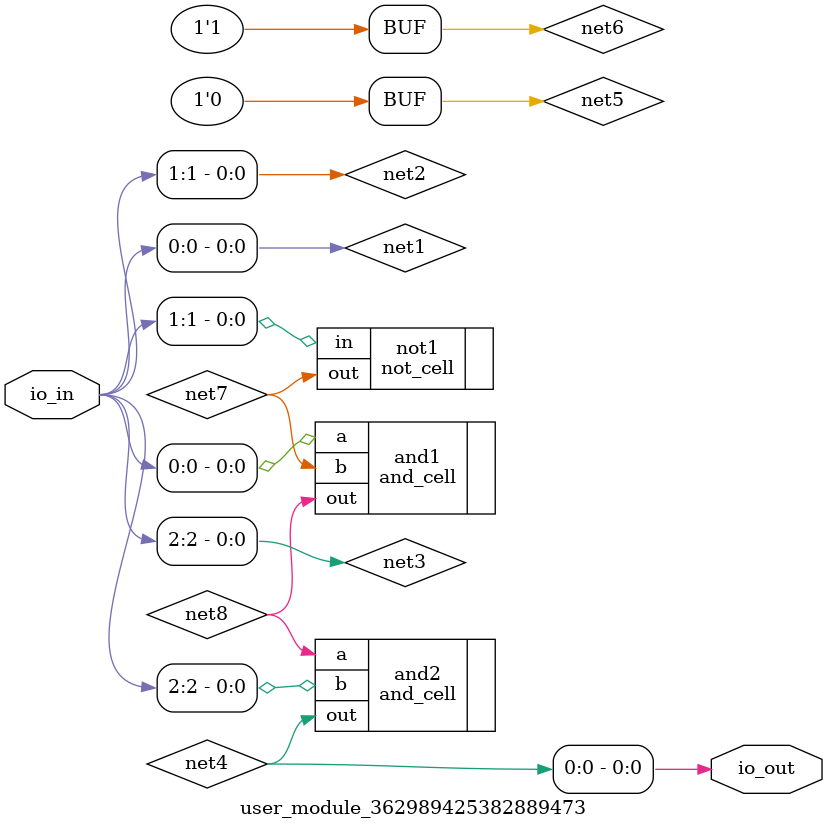
<source format=v>
/* Automatically generated from https://wokwi.com/projects/362989425382889473 */

`default_nettype none

module user_module_362989425382889473(
  input [7:0] io_in,
  output [7:0] io_out
);
  wire net1 = io_in[0];
  wire net2 = io_in[1];
  wire net3 = io_in[2];
  wire net4;
  wire net5 = 1'b0;
  wire net6 = 1'b1;
  wire net7;
  wire net8;

  assign io_out[0] = net4;

  not_cell not1 (
    .in (net2),
    .out (net7)
  );
  and_cell and1 (
    .a (net1),
    .b (net7),
    .out (net8)
  );
  and_cell and2 (
    .a (net8),
    .b (net3),
    .out (net4)
  );
endmodule

</source>
